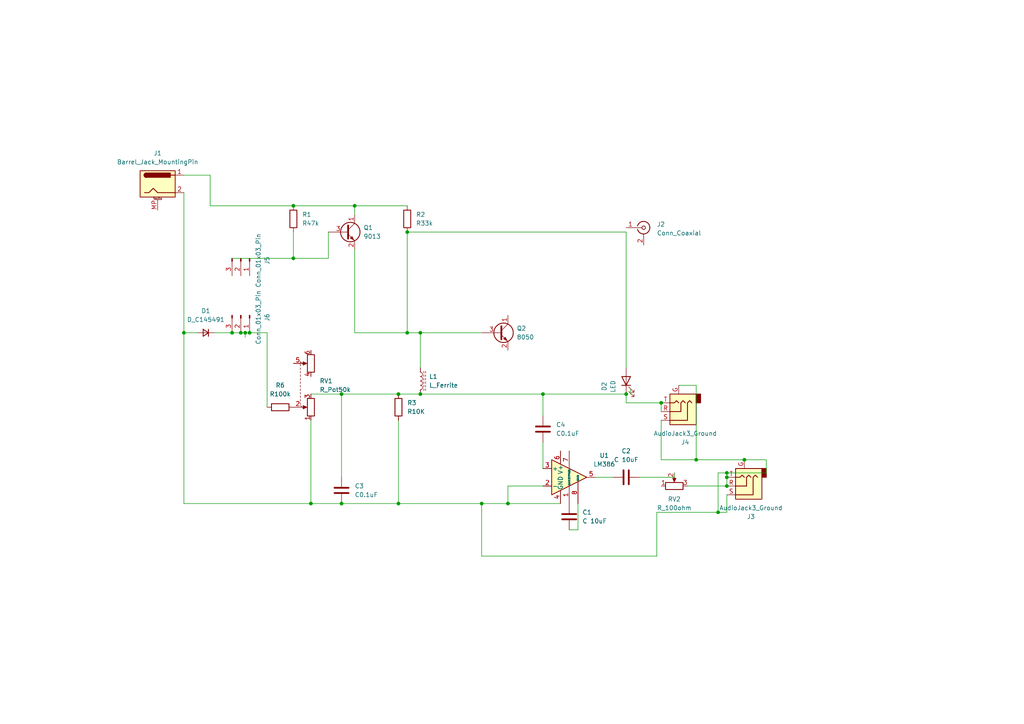
<source format=kicad_sch>
(kicad_sch (version 20231120) (generator "eeschema") (generator_version "8.0")
  (paper "A4")
  (lib_symbols
    (symbol "Amplifier_Audio:LM386" (pin_names (offset 0.127))
      (property "Reference" "U" (at 1.27 7.62 0))
      (property "Value" "LM386" (at 1.27 5.08 0))
      (symbol "LM386_0_1"
        (polyline (pts (xy 5.08 0) (xy -5.08 5.08) (xy -5.08 -5.08) (xy 5.08 0)) (stroke (width 0.254)) (fill (type background)))
      )
      (symbol "LM386_1_1"
        (pin input line (at 0 -7.62 90) (length 5.08) (name "GAIN") (number "1"))
        (pin input line (at -7.62 -2.54 0) (length 2.54) (name "-") (number "2"))
        (pin input line (at -7.62 2.54 0) (length 2.54) (name "+") (number "3"))
        (pin power_in line (at -2.54 -7.62 90) (length 3.81) (name "GND") (number "4"))
        (pin output line (at 7.62 0 180) (length 2.54) (name "~") (number "5"))
        (pin power_in line (at -2.54 7.62 270) (length 3.81) (name "V+") (number "6"))
        (pin input line (at 0 7.62 270) (length 5.08) (name "BYPASS") (number "7"))
        (pin input line (at 2.54 -7.62 90) (length 6.35) (name "GAIN") (number "8"))
      )
    )
    (symbol "Connector:Barrel_Jack_MountingPin" (pin_names hide)
      (property "Reference" "J" (at 0 5.334 0))
      (property "Value" "Barrel_Jack_MountingPin" (at 1.27 -6.35 0))
      (symbol "Barrel_Jack_MountingPin_0_1"
        (rectangle (start -5.08 3.81) (end 5.08 -3.81) (stroke (width 0.254)) (fill (type background)))
        (arc (start -3.302 3.175) (mid -3.9343 2.54) (end -3.302 1.905) (stroke (width 0.254)))
        (arc (start -3.302 3.175) (mid -3.9343 2.54) (end -3.302 1.905) (stroke (width 0.254)) (fill (type outline)))
        (polyline (pts (xy 5.08 2.54) (xy 3.81 2.54)) (stroke (width 0.254)))
        (polyline (pts (xy -3.81 -2.54) (xy -2.54 -2.54) (xy -1.27 -1.27) (xy 0 -2.54) (xy 2.54 -2.54) (xy 5.08 -2.54)) (stroke (width 0.254)))
        (rectangle (start 3.683 3.175) (end -3.302 1.905) (stroke (width 0.254)) (fill (type outline)))
      )
      (symbol "Barrel_Jack_MountingPin_1_1"
        (polyline (pts (xy -1.016 -4.572) (xy 1.016 -4.572)) (stroke (width 0.1524)))
        (text "Mounting" (at 0 -4.191 0) (effects (font (size 0.381 0.381))))
        (pin passive line (at 7.62 2.54 180) (length 2.54) (name "~") (number "1"))
        (pin passive line (at 7.62 -2.54 180) (length 2.54) (name "~") (number "2"))
        (pin passive line (at 0 -7.62 90) (length 3.048) (name "MountPin") (number "MP"))
      )
    )
    (symbol "Connector:Conn_01x03_Pin" (pin_names (offset 1.016) hide)
      (property "Reference" "J" (at 0 5.08 0))
      (property "Value" "Conn_01x03_Pin" (at 0 -5.08 0))
      (symbol "Conn_01x03_Pin_1_1"
        (polyline (pts (xy 1.27 -2.54) (xy 0.8636 -2.54)) (stroke (width 0.1524)))
        (polyline (pts (xy 1.27 0) (xy 0.8636 0)) (stroke (width 0.1524)))
        (polyline (pts (xy 1.27 2.54) (xy 0.8636 2.54)) (stroke (width 0.1524)))
        (rectangle (start 0.8636 -2.413) (end 0 -2.667) (stroke (width 0.1524)) (fill (type outline)))
        (rectangle (start 0.8636 0.127) (end 0 -0.127) (stroke (width 0.1524)) (fill (type outline)))
        (rectangle (start 0.8636 2.667) (end 0 2.413) (stroke (width 0.1524)) (fill (type outline)))
        (pin passive line (at 5.08 2.54 180) (length 3.81) (name "Pin_1") (number "1"))
        (pin passive line (at 5.08 0 180) (length 3.81) (name "Pin_2") (number "2"))
        (pin passive line (at 5.08 -2.54 180) (length 3.81) (name "Pin_3") (number "3"))
      )
    )
    (symbol "Connector:Conn_Coaxial" (pin_names (offset 1.016) hide)
      (property "Reference" "J" (at 0.254 3.048 0))
      (property "Value" "Conn_Coaxial" (at 2.921 0 90))
      (symbol "Conn_Coaxial_0_1"
        (arc (start -1.778 -0.508) (mid 0.2311 -1.8066) (end 1.778 0) (stroke (width 0.254)))
        (polyline (pts (xy -2.54 0) (xy -0.508 0)))
        (polyline (pts (xy 0 -2.54) (xy 0 -1.778)))
        (circle (center 0 0) (radius 0.508) (stroke (width 0.2032)))
        (arc (start 1.778 0) (mid 0.2099 1.8101) (end -1.778 0.508) (stroke (width 0.254)))
      )
      (symbol "Conn_Coaxial_1_1"
        (pin passive line (at -5.08 0 0) (length 2.54) (name "In") (number "1"))
        (pin passive line (at 0 -5.08 90) (length 2.54) (name "Ext") (number "2"))
      )
    )
    (symbol "Connector_Audio:AudioJack3_Ground"
      (property "Reference" "J" (at 0 8.89 0))
      (property "Value" "AudioJack3_Ground" (at 0 6.35 0))
      (symbol "AudioJack3_Ground_0_1"
        (rectangle (start -5.08 -2.54) (end -6.35 -5.08) (stroke (width 0.254)) (fill (type outline)))
        (polyline (pts (xy 0 -2.54) (xy 0.635 -3.175) (xy 1.27 -2.54) (xy 2.54 -2.54)) (stroke (width 0.254)))
        (polyline (pts (xy -1.905 -2.54) (xy -1.27 -3.175) (xy -0.635 -2.54) (xy -0.635 0) (xy 2.54 0)) (stroke (width 0.254)))
        (polyline (pts (xy 2.54 2.54) (xy -2.54 2.54) (xy -2.54 -2.54) (xy -3.175 -3.175) (xy -3.81 -2.54)) (stroke (width 0.254)))
        (rectangle (start 2.54 3.81) (end -5.08 -5.08) (stroke (width 0.254)) (fill (type background)))
      )
      (symbol "AudioJack3_Ground_1_1"
        (pin passive line (at 0 -7.62 90) (length 2.54) (name "~") (number "G"))
        (pin passive line (at 5.08 0 180) (length 2.54) (name "~") (number "R"))
        (pin passive line (at 5.08 2.54 180) (length 2.54) (name "~") (number "S"))
        (pin passive line (at 5.08 -2.54 180) (length 2.54) (name "~") (number "T"))
      )
    )
    (symbol "Device:C" (pin_numbers hide) (pin_names (offset 0.254))
      (property "Reference" "C" (at 0.635 2.54 0))
      (property "Value" "C" (at 0.635 -2.54 0))
      (symbol "C_0_1"
        (polyline (pts (xy -2.032 -0.762) (xy 2.032 -0.762)) (stroke (width 0.508)))
        (polyline (pts (xy -2.032 0.762) (xy 2.032 0.762)) (stroke (width 0.508)))
      )
      (symbol "C_1_1"
        (pin passive line (at 0 3.81 270) (length 2.794) (name "~") (number "1"))
        (pin passive line (at 0 -3.81 90) (length 2.794) (name "~") (number "2"))
      )
    )
    (symbol "Device:D_Small" (pin_numbers hide) (pin_names (offset 0.254) hide)
      (property "Reference" "D" (at -1.27 2.032 0))
      (property "Value" "D_Small" (at -3.81 -2.032 0))
      (symbol "D_Small_0_1"
        (polyline (pts (xy -0.762 -1.016) (xy -0.762 1.016)) (stroke (width 0.254)))
        (polyline (pts (xy -0.762 0) (xy 0.762 0)))
        (polyline (pts (xy 0.762 -1.016) (xy -0.762 0) (xy 0.762 1.016) (xy 0.762 -1.016)) (stroke (width 0.254)))
      )
      (symbol "D_Small_1_1"
        (pin passive line (at -2.54 0 0) (length 1.778) (name "K") (number "1"))
        (pin passive line (at 2.54 0 180) (length 1.778) (name "A") (number "2"))
      )
    )
    (symbol "Device:LED" (pin_numbers hide) (pin_names (offset 1.016) hide)
      (property "Reference" "D" (at 0 2.54 0))
      (property "Value" "LED" (at 0 -2.54 0))
      (symbol "LED_0_1"
        (polyline (pts (xy -1.27 -1.27) (xy -1.27 1.27)) (stroke (width 0.254)))
        (polyline (pts (xy -1.27 0) (xy 1.27 0)))
        (polyline (pts (xy 1.27 -1.27) (xy 1.27 1.27) (xy -1.27 0) (xy 1.27 -1.27)) (stroke (width 0.254)))
        (polyline (pts (xy -3.048 -0.762) (xy -4.572 -2.286) (xy -3.81 -2.286) (xy -4.572 -2.286) (xy -4.572 -1.524)))
        (polyline (pts (xy -1.778 -0.762) (xy -3.302 -2.286) (xy -2.54 -2.286) (xy -3.302 -2.286) (xy -3.302 -1.524)))
      )
      (symbol "LED_1_1"
        (pin passive line (at -3.81 0 0) (length 2.54) (name "K") (number "1"))
        (pin passive line (at 3.81 0 180) (length 2.54) (name "A") (number "2"))
      )
    )
    (symbol "Device:L_Ferrite" (pin_numbers hide) (pin_names (offset 1.016) hide)
      (property "Reference" "L" (at -1.27 0 90))
      (property "Value" "L_Ferrite" (at 2.794 0 90))
      (symbol "L_Ferrite_0_1"
        (arc (start 0 -2.54) (mid 0.6323 -1.905) (end 0 -1.27))
        (arc (start 0 -1.27) (mid 0.6323 -0.635) (end 0 0))
        (polyline (pts (xy 1.016 -2.794) (xy 1.016 -2.286)))
        (polyline (pts (xy 1.016 -1.778) (xy 1.016 -1.27)))
        (polyline (pts (xy 1.016 -0.762) (xy 1.016 -0.254)))
        (polyline (pts (xy 1.016 0.254) (xy 1.016 0.762)))
        (polyline (pts (xy 1.016 1.27) (xy 1.016 1.778)))
        (polyline (pts (xy 1.016 2.286) (xy 1.016 2.794)))
        (polyline (pts (xy 1.524 -2.286) (xy 1.524 -2.794)))
        (polyline (pts (xy 1.524 -1.27) (xy 1.524 -1.778)))
        (polyline (pts (xy 1.524 -0.254) (xy 1.524 -0.762)))
        (polyline (pts (xy 1.524 0.762) (xy 1.524 0.254)))
        (polyline (pts (xy 1.524 1.778) (xy 1.524 1.27)))
        (polyline (pts (xy 1.524 2.794) (xy 1.524 2.286)))
        (arc (start 0 0) (mid 0.6323 0.635) (end 0 1.27))
        (arc (start 0 1.27) (mid 0.6323 1.905) (end 0 2.54))
      )
      (symbol "L_Ferrite_1_1"
        (pin passive line (at 0 3.81 270) (length 1.27) (name "1") (number "1"))
        (pin passive line (at 0 -3.81 90) (length 1.27) (name "2") (number "2"))
      )
    )
    (symbol "Device:R" (pin_numbers hide) (pin_names (offset 0))
      (property "Reference" "R" (at 2.032 0 90))
      (property "Value" "R" (at 0 0 90))
      (symbol "R_0_1"
        (rectangle (start -1.016 -2.54) (end 1.016 2.54) (stroke (width 0.254)))
      )
      (symbol "R_1_1"
        (pin passive line (at 0 3.81 270) (length 1.27) (name "~") (number "1"))
        (pin passive line (at 0 -3.81 90) (length 1.27) (name "~") (number "2"))
      )
    )
    (symbol "Device:R_Potentiometer" (pin_names (offset 1.016) hide)
      (property "Reference" "RV" (at -4.445 0 90))
      (property "Value" "R_Potentiometer" (at -2.54 0 90))
      (symbol "R_Potentiometer_0_1"
        (polyline (pts (xy 2.54 0) (xy 1.524 0)))
        (polyline (pts (xy 1.143 0) (xy 2.286 0.508) (xy 2.286 -0.508) (xy 1.143 0)) (fill (type outline)))
        (rectangle (start 1.016 2.54) (end -1.016 -2.54) (stroke (width 0.254)))
      )
      (symbol "R_Potentiometer_1_1"
        (pin passive line (at 0 3.81 270) (length 1.27) (name "1") (number "1"))
        (pin passive line (at 3.81 0 180) (length 1.27) (name "2") (number "2"))
        (pin passive line (at 0 -3.81 90) (length 1.27) (name "3") (number "3"))
      )
    )
    (symbol "Device:R_Potentiometer_Dual" (pin_names (offset 1.016) hide)
      (property "Reference" "RV" (at 0 3.81 0))
      (property "Value" "R_Potentiometer_Dual" (at 0 1.905 0))
      (symbol "R_Potentiometer_Dual_0_1"
        (rectangle (start -8.89 -1.524) (end -3.81 -3.556) (stroke (width 0.254)))
        (polyline (pts (xy -6.35 0) (xy -6.35 -1.016)))
        (polyline (pts (xy -6.35 0) (xy -6.35 -1.016)))
        (polyline (pts (xy -6.35 0) (xy -5.842 0.508)))
        (polyline (pts (xy -5.588 0.508) (xy -5.08 0.508)))
        (polyline (pts (xy -4.572 0.508) (xy -4.064 0.508)))
        (polyline (pts (xy -3.556 0.508) (xy -3.048 0.508)))
        (polyline (pts (xy -2.54 0.508) (xy -2.032 0.508)))
        (polyline (pts (xy -1.524 0.508) (xy -1.016 0.508)))
        (polyline (pts (xy -0.508 0.508) (xy 0 0.508)))
        (polyline (pts (xy 0.508 0.508) (xy 1.016 0.508)))
        (polyline (pts (xy 1.524 0.508) (xy 2.032 0.508)))
        (polyline (pts (xy 2.54 0.508) (xy 3.048 0.508)))
        (polyline (pts (xy 3.556 0.508) (xy 4.064 0.508)))
        (polyline (pts (xy 4.572 0.508) (xy 5.08 0.508)))
        (polyline (pts (xy 5.588 0.508) (xy 6.096 0.508)))
        (polyline (pts (xy 6.35 0) (xy 6.35 -1.016)))
        (polyline (pts (xy 6.35 0) (xy 6.35 -1.016)))
        (polyline (pts (xy 6.604 0.508) (xy 6.858 0.508) (xy 6.35 0)))
        (polyline (pts (xy -6.35 -1.397) (xy -6.858 -0.254) (xy -5.842 -0.254) (xy -6.35 -1.397)) (fill (type outline)))
        (polyline (pts (xy 6.35 -1.397) (xy 5.842 -0.254) (xy 6.858 -0.254) (xy 6.35 -1.397)) (fill (type outline)))
        (rectangle (start 3.81 -1.524) (end 8.89 -3.556) (stroke (width 0.254)))
      )
      (symbol "R_Potentiometer_Dual_1_1"
        (pin passive line (at -10.16 -2.54 0) (length 1.27) (name "1") (number "1"))
        (pin passive line (at -6.35 2.54 270) (length 2.54) (name "2") (number "2"))
        (pin passive line (at -2.54 -2.54 180) (length 1.27) (name "3") (number "3"))
        (pin passive line (at 2.54 -2.54 0) (length 1.27) (name "4") (number "4"))
        (pin passive line (at 6.35 2.54 270) (length 2.54) (name "5") (number "5"))
        (pin passive line (at 10.16 -2.54 180) (length 1.27) (name "6") (number "6"))
      )
    )
    (symbol "Transistor_BJT:BF199" (pin_names (offset 0) hide)
      (property "Reference" "Q" (at 5.08 1.905 0))
      (property "Value" "BF199" (at 5.08 0 0))
      (symbol "BF199_0_1"
        (polyline (pts (xy 0.635 0.635) (xy 2.54 2.54)))
        (polyline (pts (xy 0.635 -0.635) (xy 2.54 -2.54) (xy 2.54 -2.54)))
        (polyline (pts (xy 0.635 1.905) (xy 0.635 -1.905) (xy 0.635 -1.905)) (stroke (width 0.508)))
        (polyline (pts (xy 1.27 -1.778) (xy 1.778 -1.27) (xy 2.286 -2.286) (xy 1.27 -1.778) (xy 1.27 -1.778)) (fill (type outline)))
        (circle (center 1.27 0) (radius 2.8194) (stroke (width 0.254)))
      )
      (symbol "BF199_1_1"
        (pin passive line (at 2.54 5.08 270) (length 2.54) (name "C") (number "1"))
        (pin passive line (at 2.54 -5.08 90) (length 2.54) (name "E") (number "2"))
        (pin input line (at -5.08 0 0) (length 5.715) (name "B") (number "3"))
      )
    )
  )
  (junction (at 118.11 67.31))
  (junction (at 121.92 114.3))
  (junction (at 208.28 148.59))
  (junction (at 99.06 146.05))
  (junction (at 99.06 114.3))
  (junction (at 115.57 114.3))
  (junction (at 210.82 137.16))
  (junction (at 157.48 114.3))
  (junction (at 210.82 138.43))
  (junction (at 181.61 114.3))
  (junction (at 121.92 96.52))
  (junction (at 102.87 59.69))
  (junction (at 139.7 146.05))
  (junction (at 53.34 96.52))
  (junction (at 67.31 96.52))
  (junction (at 147.32 146.05))
  (junction (at 71.12 96.52))
  (junction (at 215.9 133.35))
  (junction (at 69.85 96.52))
  (junction (at 210.82 140.97))
  (junction (at 90.17 146.05))
  (junction (at 191.77 116.84))
  (junction (at 201.93 133.35))
  (junction (at 85.09 59.69))
  (junction (at 85.09 74.93))
  (junction (at 118.11 96.52))
  (junction (at 115.57 146.05))
  (junction (at 72.39 96.52))
  (wire (pts (xy 102.87 96.52) (xy 118.11 96.52)))
  (wire (pts (xy 191.77 121.92) (xy 191.77 133.35)))
  (wire (pts (xy 102.87 59.69) (xy 118.11 59.69)))
  (wire (pts (xy 195.58 138.43) (xy 195.58 137.16)))
  (wire (pts (xy 201.93 111.76) (xy 196.85 111.76)))
  (wire (pts (xy 190.5 161.29) (xy 139.7 161.29)))
  (wire (pts (xy 181.61 106.68) (xy 181.61 67.31)))
  (wire (pts (xy 62.23 96.52) (xy 67.31 96.52)))
  (wire (pts (xy 210.82 137.16) (xy 208.28 137.16)))
  (wire (pts (xy 90.17 146.05) (xy 99.06 146.05)))
  (wire (pts (xy 60.96 59.69) (xy 85.09 59.69)))
  (wire (pts (xy 60.96 50.8) (xy 60.96 59.69)))
  (wire (pts (xy 95.25 67.31) (xy 95.25 74.93)))
  (wire (pts (xy 147.32 140.97) (xy 147.32 146.05)))
  (wire (pts (xy 121.92 114.3) (xy 157.48 114.3)))
  (wire (pts (xy 215.9 133.35) (xy 201.93 133.35)))
  (wire (pts (xy 118.11 67.31) (xy 118.11 96.52)))
  (wire (pts (xy 115.57 146.05) (xy 139.7 146.05)))
  (wire (pts (xy 210.82 140.97) (xy 210.82 138.43)))
  (wire (pts (xy 95.25 74.93) (xy 85.09 74.93)))
  (wire (pts (xy 210.82 148.59) (xy 208.28 148.59)))
  (wire (pts (xy 208.28 137.16) (xy 208.28 148.59)))
  (wire (pts (xy 157.48 140.97) (xy 147.32 140.97)))
  (wire (pts (xy 85.09 59.69) (xy 102.87 59.69)))
  (wire (pts (xy 167.64 153.67) (xy 167.64 146.05)))
  (wire (pts (xy 115.57 114.3) (xy 121.92 114.3)))
  (wire (pts (xy 222.25 133.35) (xy 222.25 137.16)))
  (wire (pts (xy 90.17 121.92) (xy 90.17 146.05)))
  (wire (pts (xy 99.06 146.05) (xy 115.57 146.05)))
  (wire (pts (xy 181.61 114.3) (xy 157.48 114.3)))
  (wire (pts (xy 208.28 148.59) (xy 190.5 148.59)))
  (wire (pts (xy 181.61 67.31) (xy 118.11 67.31)))
  (wire (pts (xy 191.77 133.35) (xy 201.93 133.35)))
  (wire (pts (xy 90.17 114.3) (xy 99.06 114.3)))
  (wire (pts (xy 121.92 96.52) (xy 139.7 96.52)))
  (wire (pts (xy 71.12 96.52) (xy 72.39 96.52)))
  (wire (pts (xy 71.12 96.52) (xy 69.85 96.52)))
  (wire (pts (xy 85.09 74.93) (xy 85.09 67.31)))
  (wire (pts (xy 165.1 153.67) (xy 167.64 153.67)))
  (wire (pts (xy 139.7 161.29) (xy 139.7 146.05)))
  (wire (pts (xy 102.87 72.39) (xy 102.87 96.52)))
  (wire (pts (xy 53.34 146.05) (xy 53.34 96.52)))
  (wire (pts (xy 191.77 116.84) (xy 191.77 119.38)))
  (wire (pts (xy 215.9 133.35) (xy 222.25 133.35)))
  (wire (pts (xy 222.25 137.16) (xy 210.82 137.16)))
  (wire (pts (xy 210.82 143.51) (xy 210.82 148.59)))
  (wire (pts (xy 157.48 114.3) (xy 157.48 120.65)))
  (wire (pts (xy 67.31 74.93) (xy 85.09 74.93)))
  (wire (pts (xy 181.61 116.84) (xy 181.61 114.3)))
  (wire (pts (xy 71.12 97.79) (xy 71.12 96.52)))
  (wire (pts (xy 99.06 114.3) (xy 99.06 138.43)))
  (wire (pts (xy 157.48 128.27) (xy 157.48 135.89)))
  (wire (pts (xy 115.57 121.92) (xy 115.57 146.05)))
  (wire (pts (xy 121.92 106.68) (xy 121.92 96.52)))
  (wire (pts (xy 190.5 148.59) (xy 190.5 161.29)))
  (wire (pts (xy 99.06 114.3) (xy 115.57 114.3)))
  (wire (pts (xy 199.39 140.97) (xy 210.82 140.97)))
  (wire (pts (xy 53.34 96.52) (xy 53.34 55.88)))
  (wire (pts (xy 72.39 96.52) (xy 77.47 96.52)))
  (wire (pts (xy 147.32 146.05) (xy 162.56 146.05)))
  (wire (pts (xy 182.88 114.3) (xy 182.88 113.03)))
  (wire (pts (xy 53.34 50.8) (xy 60.96 50.8)))
  (wire (pts (xy 201.93 111.76) (xy 201.93 133.35)))
  (wire (pts (xy 67.31 96.52) (xy 69.85 96.52)))
  (wire (pts (xy 191.77 116.84) (xy 181.61 116.84)))
  (wire (pts (xy 118.11 96.52) (xy 121.92 96.52)))
  (wire (pts (xy 172.72 138.43) (xy 177.8 138.43)))
  (wire (pts (xy 102.87 59.69) (xy 102.87 62.23)))
  (wire (pts (xy 185.42 138.43) (xy 195.58 138.43)))
  (wire (pts (xy 210.82 137.16) (xy 210.82 138.43)))
  (wire (pts (xy 139.7 146.05) (xy 147.32 146.05)))
  (wire (pts (xy 77.47 96.52) (xy 77.47 118.11)))
  (wire (pts (xy 53.34 146.05) (xy 90.17 146.05)))
  (wire (pts (xy 53.34 96.52) (xy 57.15 96.52)))
  (symbol (lib_id "Device:R") (at 115.57 118.11 0) (unit 1)
    (property "Reference" "R3" (at 118.11 116.8399 0) (effects (justify left)))
    (property "Value" "R10K" (at 118.11 119.3799 0) (effects (justify left)))
    (property "Footprint" "Resistor_SMD:R_1210_3225Metric" (effects (hide yes)))
    (property "Description" "Resistor" (effects (hide yes)))
  )
  (symbol (lib_id "Transistor_BJT:BF199") (at 100.33 67.31 0) (unit 1)
    (property "Reference" "Q1" (at 105.41 66.0399 0) (effects (justify left)))
    (property "Value" "9013" (at 105.41 68.5799 0) (effects (justify left)))
    (property "Footprint" "Package_TO_SOT_THT:TO-92_Inline" (effects (hide yes)))
    (property "Datasheet" "http://www.micropik.com/PDF/BF199.pdf" (effects (hide yes)))
    (property "Description" "50mA Ic, 25V Vce, NPN Radio Frequency Transistor, TO-220" (effects (hide yes)))
  )
  (symbol (lib_id "Transistor_BJT:BF199") (at 144.78 96.52 0) (unit 1)
    (property "Reference" "Q2" (at 149.86 95.2499 0) (effects (justify left)))
    (property "Value" "8050" (at 149.86 97.7899 0) (effects (justify left)))
    (property "Footprint" "Package_TO_SOT_THT:TO-92_Inline" (effects (hide yes)))
    (property "Datasheet" "http://www.micropik.com/PDF/BF199.pdf" (effects (hide yes)))
    (property "Description" "50mA Ic, 25V Vce, NPN Radio Frequency Transistor, TO-220" (effects (hide yes)))
  )
  (symbol (lib_id "Device:R") (at 118.11 63.5 0) (unit 1)
    (property "Reference" "R2" (at 120.65 62.2299 0) (effects (justify left)))
    (property "Value" "R33k" (at 120.65 64.7699 0) (effects (justify left)))
    (property "Footprint" "Resistor_SMD:R_1210_3225Metric" (effects (hide yes)))
    (property "Description" "Resistor" (effects (hide yes)))
  )
  (symbol (lib_id "Connector:Conn_01x03_Pin") (at 69.85 91.44 270) (unit 1)
    (property "Reference" "J6" (at 77.47 92.075 0))
    (property "Value" "Conn_01x03_Pin" (at 74.93 92.075 0))
    (property "Footprint" "Connector_Hirose:Hirose_DF13-03P-1.25DSA_1x03_P1.25mm_Vertical" (effects (hide yes)))
    (property "Description" "Generic connector, single row, 01x03, script generated" (effects (hide yes)))
  )
  (symbol (lib_id "Device:C") (at 181.61 138.43 90) (unit 1)
    (property "Reference" "C2" (at 181.61 130.81 90))
    (property "Value" "C 10uF" (at 181.61 133.35 90))
    (property "Footprint" "Capacitor_SMD:C_0805_2012Metric" (effects (hide yes)))
    (property "Description" "Unpolarized capacitor" (effects (hide yes)))
  )
  (symbol (lib_id "Device:C") (at 165.1 149.86 0) (unit 1)
    (property "Reference" "C1" (at 168.91 148.5899 0) (effects (justify left)))
    (property "Value" "C 10uF" (at 168.91 151.1299 0) (effects (justify left)))
    (property "Footprint" "Capacitor_SMD:C_0805_2012Metric" (effects (hide yes)))
    (property "Description" "Unpolarized capacitor" (effects (hide yes)))
  )
  (symbol (lib_id "Device:R") (at 81.28 118.11 90) (unit 1)
    (property "Reference" "R6" (at 81.28 111.76 90))
    (property "Value" "R100k" (at 81.28 114.3 90))
    (property "Footprint" "Resistor_THT:R_Axial_DIN0414_L11.9mm_D4.5mm_P15.24mm_Horizontal" (effects (hide yes)))
    (property "Description" "Resistor" (effects (hide yes)))
  )
  (symbol (lib_id "Connector:Conn_01x03_Pin") (at 69.85 74.93 270) (unit 1)
    (property "Reference" "J5" (at 77.47 75.565 0))
    (property "Value" "Conn_01x03_Pin" (at 74.93 75.565 0))
    (property "Description" "Generic connector, single row, 01x03, script generated" (effects (hide yes)))
  )
  (symbol (lib_id "Connector_Audio:AudioJack3_Ground") (at 215.9 140.97 180) (unit 1)
    (property "Reference" "J3" (at 217.805 149.86 0))
    (property "Value" "AudioJack3_Ground" (at 217.805 147.32 0))
    (property "Footprint" "Connector_Audio:Jack_3.5mm_KoreanHropartsElec_PJ-320D-4A_Horizontal" (effects (hide yes)))
    (property "Description" "Audio Jack, 3 Poles (Stereo / TRS), Grounded Sleeve" (effects (hide yes)))
  )
  (symbol (lib_id "Device:C") (at 99.06 142.24 0) (unit 1)
    (property "Reference" "C3" (at 102.87 140.9699 0) (effects (justify left)))
    (property "Value" "C0.1uF" (at 102.87 143.5099 0) (effects (justify left)))
    (property "Footprint" "Capacitor_SMD:C_0603_1608Metric" (effects (hide yes)))
    (property "Description" "Unpolarized capacitor" (effects (hide yes)))
  )
  (symbol (lib_id "Connector:Barrel_Jack_MountingPin") (at 45.72 53.34 0) (unit 1)
    (property "Reference" "J1" (at 45.72 44.45 0))
    (property "Value" "Barrel_Jack_MountingPin" (at 45.72 46.99 0))
    (property "Footprint" "Connector_BarrelJack:BarrelJack_Wuerth_6941xx301002" (effects (hide yes)))
    (property "Description" "DC Barrel Jack with a mounting pin" (effects (hide yes)))
  )
  (symbol (lib_id "Device:R_Potentiometer") (at 195.58 140.97 90) (unit 1)
    (property "Reference" "RV2" (at 195.58 144.78 90))
    (property "Value" "R_100ohm" (at 195.58 147.32 90))
    (property "Footprint" "Potentiometer_THT:Potentiometer_Bourns_3296X_Horizontal" (effects (hide yes)))
    (property "Description" "Potentiometer" (effects (hide yes)))
  )
  (symbol (lib_id "Device:C") (at 157.48 124.46 0) (unit 1)
    (property "Reference" "C4" (at 161.29 123.1899 0) (effects (justify left)))
    (property "Value" "C0.1uF" (at 161.29 125.7299 0) (effects (justify left)))
    (property "Footprint" "Capacitor_SMD:C_0603_1608Metric" (effects (hide yes)))
    (property "Description" "Unpolarized capacitor" (effects (hide yes)))
  )
  (symbol (lib_id "Device:L_Ferrite") (at 121.92 110.49 0) (unit 1)
    (property "Reference" "L1" (at 124.46 109.2199 0) (effects (justify left)))
    (property "Value" "L_Ferrite" (at 124.46 111.7599 0) (effects (justify left)))
    (property "Footprint" "Inductor_SMD:L_10.4x10.4_H4.8" (effects (hide yes)))
    (property "Description" "Inductor with ferrite core" (effects (hide yes)))
  )
  (symbol (lib_id "Device:D_Small") (at 59.69 96.52 180) (unit 1)
    (property "Reference" "D1" (at 59.69 90.17 0))
    (property "Value" "D_C145491" (at 59.69 92.71 0))
    (property "Footprint" "Diode_THT:D_DO-41_SOD81_P7.62mm_Horizontal" (effects (hide yes)))
    (property "Description" "Diode, small symbol" (effects (hide yes)))
    (property "Sim.Device" "D" (effects (hide yes)))
    (property "Sim.Pins" "1=K 2=A" (effects (hide yes)))
  )
  (symbol (lib_id "Device:LED") (at 181.61 110.49 90) (unit 1)
    (property "Reference" "D2" (at 175.26 112.0775 0))
    (property "Value" "LED" (at 177.8 112.0775 0))
    (property "Footprint" "LED_SMD:LED_0402_1005Metric" (effects (hide yes)))
    (property "Description" "Light emitting diode" (effects (hide yes)))
  )
  (symbol (lib_id "Connector:Conn_Coaxial") (at 186.69 66.04 0) (unit 1)
    (property "Reference" "J2" (at 190.5 65.0631 0) (effects (justify left)))
    (property "Value" "Conn_Coaxial" (at 190.5 67.6031 0) (effects (justify left)))
    (property "Footprint" "Connector_Coaxial:BNC_Amphenol_B6252HB-NPP3G-50_Horizontal" (effects (hide yes)))
    (property "Description" "coaxial connector (BNC, SMA, SMB, SMC, Cinch/RCA, LEMO, ...)" (effects (hide yes)))
  )
  (symbol (lib_id "Device:R") (at 85.09 63.5 0) (unit 1)
    (property "Reference" "R1" (at 87.63 62.2299 0) (effects (justify left)))
    (property "Value" "R47k" (at 87.63 64.7699 0) (effects (justify left)))
    (property "Footprint" "Resistor_SMD:R_2512_6332Metric" (effects (hide yes)))
    (property "Description" "Resistor" (effects (hide yes)))
  )
  (symbol (lib_id "Device:R_Potentiometer_Dual") (at 87.63 111.76 90) (unit 1)
    (property "Reference" "RV1" (at 92.71 110.4899 90) (effects (justify right)))
    (property "Value" "R_Pot50k" (at 92.71 113.0299 90) (effects (justify right)))
    (property "Footprint" "Potentiometer_THT:Potentiometer_Alps_RK163_Dual_Horizontal" (effects (hide yes)))
    (property "Description" "Dual potentiometer" (effects (hide yes)))
  )
  (symbol (lib_id "Amplifier_Audio:LM386") (at 165.1 138.43 0) (unit 1)
    (property "Reference" "U1" (at 175.26 132.1114 0))
    (property "Value" "LM386" (at 175.26 134.6514 0))
    (property "Footprint" "Package_DIP:DIP-8_W7.62mm_SMDSocket_SmallPads" (effects (hide yes)))
    (property "Datasheet" "http://www.ti.com/lit/ds/symlink/lm386.pdf" (effects (hide yes)))
    (property "Description" "Low Voltage Audio Power Amplifier, DIP-8/SOIC-8/SSOP-8" (effects (hide yes)))
  )
  (symbol (lib_id "Connector_Audio:AudioJack3_Ground") (at 196.85 119.38 180) (unit 1)
    (property "Reference" "J4" (at 198.755 128.27 0))
    (property "Value" "AudioJack3_Ground" (at 198.755 125.73 0))
    (property "Footprint" "Connector_Audio:Jack_3.5mm_KoreanHropartsElec_PJ-320D-4A_Horizontal" (effects (hide yes)))
    (property "Description" "Audio Jack, 3 Poles (Stereo / TRS), Grounded Sleeve" (effects (hide yes)))
  )
)
</source>
